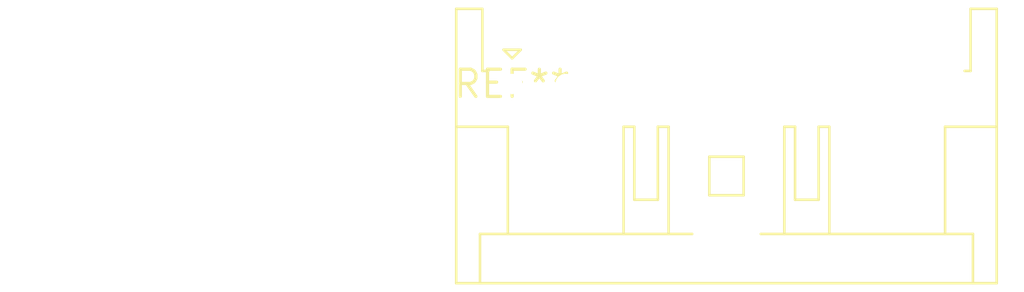
<source format=kicad_pcb>
(kicad_pcb (version 20240108) (generator pcbnew)
  (layers (0 "F.Cu" signal) (31 "B.Cu" signal) (34 "B.Paste" user) (35 "F.Paste" user) (36 "B.SilkS" user "B.Silkscreen") (37 "F.SilkS" user "F.Silkscreen") (38 "B.Mask" user) (39 "F.Mask" user) (44 "Edge.Cuts" user))
  (net 0 "")
  (footprint "JST_XA_S09B-XASK-1_1x09_P2.50mm_Horizontal" (layer "F.Cu") (at 0 0)
    (property "Reference" "REF**")
    (property "Value" "JST_XA_S09B-XASK-1_1x09_P2.50mm_Horizontal")
    (fp_line (start -2.61 -3.51) (end -2.61 9.31) (layer "F.SilkS") (stroke (width 0.12)))
    (fp_line (start -2.61 9.31) (end 22.61 9.31) (layer "F.SilkS") (stroke (width 0.12)))
    (fp_line (start -1.5 7.01) (end 8.4 7.01) (layer "F.SilkS") (stroke (width 0.12)))
    (fp_line (start -1.5 9.31) (end -1.5 7.01) (layer "F.SilkS") (stroke (width 0.12)))
    (fp_line (start -1.39 -3.51) (end -2.61 -3.51) (layer "F.SilkS") (stroke (width 0.12)))
    (fp_line (start -1.39 -0.61) (end -1.39 -3.51) (layer "F.SilkS") (stroke (width 0.12)))
    (fp_line (start -1.11 -0.61) (end -1.39 -0.61) (layer "F.SilkS") (stroke (width 0.12)))
    (fp_line (start -0.4 -1.6) (end 0.4 -1.6) (layer "F.SilkS") (stroke (width 0.12)))
    (fp_line (start -0.2 2) (end -2.61 2) (layer "F.SilkS") (stroke (width 0.12)))
    (fp_line (start -0.2 7.01) (end -0.2 2) (layer "F.SilkS") (stroke (width 0.12)))
    (fp_line (start 0 -1.2) (end -0.4 -1.6) (layer "F.SilkS") (stroke (width 0.12)))
    (fp_line (start 0.4 -1.6) (end 0 -1.2) (layer "F.SilkS") (stroke (width 0.12)))
    (fp_line (start 5.2 2) (end 5.2 7.01) (layer "F.SilkS") (stroke (width 0.12)))
    (fp_line (start 5.7 2) (end 5.2 2) (layer "F.SilkS") (stroke (width 0.12)))
    (fp_line (start 5.7 5.41) (end 5.7 2) (layer "F.SilkS") (stroke (width 0.12)))
    (fp_line (start 6.8 2) (end 6.8 5.41) (layer "F.SilkS") (stroke (width 0.12)))
    (fp_line (start 6.8 5.41) (end 5.7 5.41) (layer "F.SilkS") (stroke (width 0.12)))
    (fp_line (start 7.3 2) (end 6.8 2) (layer "F.SilkS") (stroke (width 0.12)))
    (fp_line (start 7.3 7.01) (end 7.3 2) (layer "F.SilkS") (stroke (width 0.12)))
    (fp_line (start 9.2 3.4) (end 10.8 3.4) (layer "F.SilkS") (stroke (width 0.12)))
    (fp_line (start 9.2 5.2) (end 9.2 3.4) (layer "F.SilkS") (stroke (width 0.12)))
    (fp_line (start 10.8 3.4) (end 10.8 5.2) (layer "F.SilkS") (stroke (width 0.12)))
    (fp_line (start 10.8 5.2) (end 9.2 5.2) (layer "F.SilkS") (stroke (width 0.12)))
    (fp_line (start 11.6 7.01) (end 21.5 7.01) (layer "F.SilkS") (stroke (width 0.12)))
    (fp_line (start 12.7 2) (end 13.2 2) (layer "F.SilkS") (stroke (width 0.12)))
    (fp_line (start 12.7 7.01) (end 12.7 2) (layer "F.SilkS") (stroke (width 0.12)))
    (fp_line (start 13.2 2) (end 13.2 5.41) (layer "F.SilkS") (stroke (width 0.12)))
    (fp_line (start 13.2 5.41) (end 14.3 5.41) (layer "F.SilkS") (stroke (width 0.12)))
    (fp_line (start 14.3 2) (end 14.8 2) (layer "F.SilkS") (stroke (width 0.12)))
    (fp_line (start 14.3 5.41) (end 14.3 2) (layer "F.SilkS") (stroke (width 0.12)))
    (fp_line (start 14.8 2) (end 14.8 7.01) (layer "F.SilkS") (stroke (width 0.12)))
    (fp_line (start 20.2 2) (end 22.61 2) (layer "F.SilkS") (stroke (width 0.12)))
    (fp_line (start 20.2 7.01) (end 20.2 2) (layer "F.SilkS") (stroke (width 0.12)))
    (fp_line (start 21.39 -3.51) (end 21.39 -0.61) (layer "F.SilkS") (stroke (width 0.12)))
    (fp_line (start 21.39 -0.61) (end 21.11 -0.61) (layer "F.SilkS") (stroke (width 0.12)))
    (fp_line (start 21.5 7.01) (end 21.5 9.31) (layer "F.SilkS") (stroke (width 0.12)))
    (fp_line (start 22.61 -3.51) (end 21.39 -3.51) (layer "F.SilkS") (stroke (width 0.12)))
    (fp_line (start 22.61 9.31) (end 22.61 -3.51) (layer "F.SilkS") (stroke (width 0.12)))
    (pad "" np_thru_hole oval (at 10 6.5) (size 2.8 2) (drill oval 2.8 2) (layers *.Cu *.Mask))
    (pad "1" thru_hole roundrect (at 0 0) (size 1.7 1.95) (drill 0.95) (layers *.Cu *.Mask) (remove_unused_layers) (roundrect_rratio 0.147059))
    (pad "2" thru_hole oval (at 2.5 0) (size 1.7 1.95) (drill 0.95) (layers *.Cu *.Mask) (remove_unused_layers))
    (pad "3" thru_hole oval (at 5 0) (size 1.7 1.95) (drill 0.95) (layers *.Cu *.Mask) (remove_unused_layers))
    (pad "4" thru_hole oval (at 7.5 0) (size 1.7 1.95) (drill 0.95) (layers *.Cu *.Mask) (remove_unused_layers))
    (pad "5" thru_hole oval (at 10 0) (size 1.7 1.95) (drill 0.95) (layers *.Cu *.Mask) (remove_unused_layers))
    (pad "6" thru_hole oval (at 12.5 0) (size 1.7 1.95) (drill 0.95) (layers *.Cu *.Mask) (remove_unused_layers))
    (pad "7" thru_hole oval (at 15 0) (size 1.7 1.95) (drill 0.95) (layers *.Cu *.Mask) (remove_unused_layers))
    (pad "8" thru_hole oval (at 17.5 0) (size 1.7 1.95) (drill 0.95) (layers *.Cu *.Mask) (remove_unused_layers))
    (pad "9" thru_hole oval (at 20 0) (size 1.7 1.95) (drill 0.95) (layers *.Cu *.Mask) (remove_unused_layers))
  )
)
</source>
